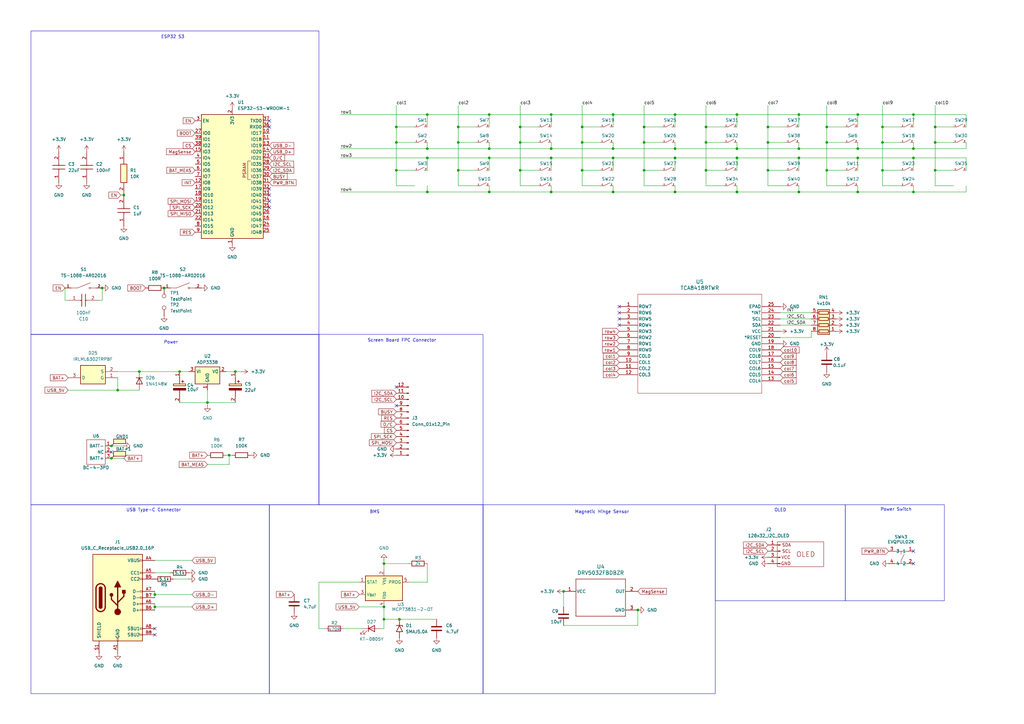
<source format=kicad_sch>
(kicad_sch (version 20231120) (generator "eeschema") (generator_version "8.0")
  (paper "A3")
  (title_block (title "E-Ink PDA Keyboard") (date "2024-10-22") (rev "V1.0") (comment 1 "Note: Parts based on JLCPCB basic parts library. Basic parts used where possible."))
  (junction (at 200.66 78.74))
  (junction (at 351.79 46.99))
  (junction (at 63.5 243.84))
  (junction (at 226.06 46.99))
  (junction (at 213.36 58.42))
  (junction (at 314.96 58.42))
  (junction (at 96.52 152.4))
  (junction (at 251.46 46.99))
  (junction (at 327.66 78.74))
  (junction (at 302.26 78.74))
  (junction (at 289.56 58.42))
  (junction (at 251.46 78.74))
  (junction (at 226.06 64.77))
  (junction (at 226.06 78.74))
  (junction (at 45.72 187.96))
  (junction (at 157.48 231.14))
  (junction (at 175.26 46.99))
  (junction (at 374.65 46.99))
  (junction (at 226.06 60.96))
  (junction (at 361.95 52.07))
  (junction (at 302.26 64.77))
  (junction (at 327.66 64.77))
  (junction (at 93.98 186.69))
  (junction (at 327.66 46.99))
  (junction (at 361.95 58.42))
  (junction (at 162.56 52.07))
  (junction (at 157.48 248.92))
  (junction (at 276.86 64.77))
  (junction (at 67.31 118.11))
  (junction (at 251.46 60.96))
  (junction (at 302.26 60.96))
  (junction (at 264.16 52.07))
  (junction (at 175.26 64.77))
  (junction (at 200.66 46.99))
  (junction (at 231.14 242.57))
  (junction (at 175.26 78.74))
  (junction (at 238.76 52.07))
  (junction (at 374.65 78.74))
  (junction (at 251.46 64.77))
  (junction (at 339.09 69.85))
  (junction (at 289.56 52.07))
  (junction (at 361.95 69.85))
  (junction (at 276.86 60.96))
  (junction (at 351.79 60.96))
  (junction (at 327.66 60.96))
  (junction (at 374.65 60.96))
  (junction (at 238.76 69.85))
  (junction (at 200.66 64.77))
  (junction (at 162.56 58.42))
  (junction (at 261.62 250.19))
  (junction (at 200.66 60.96))
  (junction (at 213.36 69.85))
  (junction (at 73.66 152.4))
  (junction (at 276.86 78.74))
  (junction (at 187.96 52.07))
  (junction (at 41.91 118.11))
  (junction (at 276.86 46.99))
  (junction (at 45.72 182.88))
  (junction (at 314.96 52.07))
  (junction (at 175.26 60.96))
  (junction (at 57.15 152.4))
  (junction (at 264.16 69.85))
  (junction (at 351.79 64.77))
  (junction (at 383.54 58.42))
  (junction (at 187.96 58.42))
  (junction (at 157.48 254))
  (junction (at 289.56 69.85))
  (junction (at 339.09 52.07))
  (junction (at 314.96 69.85))
  (junction (at 50.8 80.01))
  (junction (at 374.65 64.77))
  (junction (at 162.56 69.85))
  (junction (at 383.54 69.85))
  (junction (at 48.26 160.02))
  (junction (at 302.26 46.99))
  (junction (at 264.16 58.42))
  (junction (at 163.83 254))
  (junction (at 351.79 78.74))
  (junction (at 238.76 58.42))
  (junction (at 339.09 58.42))
  (junction (at 63.5 248.92))
  (junction (at 383.54 52.07))
  (junction (at 85.09 165.1))
  (junction (at 213.36 52.07))
  (junction (at 187.96 69.85))
  (no_connect (at 63.5 260.35))
  (no_connect (at 110.49 52.07))
  (no_connect (at 254 130.81))
  (no_connect (at 110.49 82.55))
  (no_connect (at 110.49 77.47))
  (no_connect (at 63.5 257.81))
  (no_connect (at 254 125.73))
  (no_connect (at 110.49 49.53))
  (no_connect (at 110.49 85.09))
  (no_connect (at 254 128.27))
  (no_connect (at 374.65 231.14))
  (no_connect (at 374.65 226.06))
  (no_connect (at 162.56 166.37))
  (no_connect (at 162.56 158.75))
  (no_connect (at 45.72 185.42))
  (no_connect (at 254 133.35))
  (no_connect (at 110.49 80.01))
  (wire (pts (xy 327.66 64.77) (xy 327.66 69.85)))
  (wire (pts (xy 130.81 257.81) (xy 130.81 238.76)))
  (wire (pts (xy 162.56 76.2) (xy 170.18 76.2)))
  (wire (pts (xy 157.48 254) (xy 157.48 257.81)))
  (wire (pts (xy 327.66 78.74) (xy 351.79 78.74)))
  (wire (pts (xy 396.24 60.96) (xy 396.24 58.42)))
  (wire (pts (xy 69.85 234.95) (xy 63.5 234.95)))
  (wire (pts (xy 26.67 123.19) (xy 27.94 123.19)))
  (wire (pts (xy 200.66 60.96) (xy 175.26 60.96)))
  (wire (pts (xy 238.76 58.42) (xy 238.76 69.85)))
  (wire (pts (xy 314.96 58.42) (xy 322.58 58.42)))
  (wire (pts (xy 187.96 52.07) (xy 195.58 52.07)))
  (wire (pts (xy 289.56 58.42) (xy 289.56 69.85)))
  (wire (pts (xy 396.24 64.77) (xy 396.24 69.85)))
  (wire (pts (xy 383.54 52.07) (xy 383.54 58.42)))
  (wire (pts (xy 327.66 64.77) (xy 351.79 64.77)))
  (wire (pts (xy 251.46 78.74) (xy 226.06 78.74)))
  (wire (pts (xy 251.46 64.77) (xy 251.46 69.85)))
  (wire (pts (xy 396.24 78.74) (xy 396.24 76.2)))
  (wire (pts (xy 213.36 58.42) (xy 220.98 58.42)))
  (wire (pts (xy 327.66 60.96) (xy 327.66 58.42)))
  (wire (pts (xy 213.36 52.07) (xy 220.98 52.07)))
  (wire (pts (xy 213.36 69.85) (xy 213.36 76.2)))
  (wire (pts (xy 175.26 64.77) (xy 175.26 69.85)))
  (wire (pts (xy 251.46 46.99) (xy 251.46 52.07)))
  (wire (pts (xy 351.79 78.74) (xy 374.65 78.74)))
  (wire (pts (xy 374.65 78.74) (xy 374.65 76.2)))
  (wire (pts (xy 162.56 69.85) (xy 170.18 69.85)))
  (wire (pts (xy 175.26 231.14) (xy 175.26 238.76)))
  (wire (pts (xy 251.46 60.96) (xy 251.46 58.42)))
  (wire (pts (xy 200.66 46.99) (xy 200.66 52.07)))
  (wire (pts (xy 231.14 256.54) (xy 261.62 256.54)))
  (wire (pts (xy 157.48 231.14) (xy 167.64 231.14)))
  (wire (pts (xy 45.72 187.96) (xy 50.8 187.96)))
  (wire (pts (xy 264.16 58.42) (xy 271.78 58.42)))
  (wire (pts (xy 92.71 186.69) (xy 93.98 186.69)))
  (wire (pts (xy 139.7 64.77) (xy 175.26 64.77)))
  (wire (pts (xy 289.56 52.07) (xy 297.18 52.07)))
  (wire (pts (xy 238.76 69.85) (xy 246.38 69.85)))
  (wire (pts (xy 383.54 58.42) (xy 383.54 69.85)))
  (wire (pts (xy 327.66 46.99) (xy 302.26 46.99)))
  (wire (pts (xy 251.46 64.77) (xy 226.06 64.77)))
  (wire (pts (xy 276.86 60.96) (xy 251.46 60.96)))
  (wire (pts (xy 162.56 52.07) (xy 170.18 52.07)))
  (wire (pts (xy 238.76 76.2) (xy 246.38 76.2)))
  (wire (pts (xy 140.97 257.81) (xy 148.59 257.81)))
  (wire (pts (xy 187.96 58.42) (xy 195.58 58.42)))
  (wire (pts (xy 374.65 78.74) (xy 396.24 78.74)))
  (wire (pts (xy 226.06 78.74) (xy 226.06 76.2)))
  (wire (pts (xy 162.56 69.85) (xy 162.56 76.2)))
  (wire (pts (xy 264.16 52.07) (xy 264.16 58.42)))
  (wire (pts (xy 320.04 133.35) (xy 332.74 133.35)))
  (wire (pts (xy 48.26 152.4) (xy 57.15 152.4)))
  (wire (pts (xy 261.62 256.54) (xy 261.62 250.19)))
  (wire (pts (xy 339.09 52.07) (xy 346.71 52.07)))
  (wire (pts (xy 339.09 69.85) (xy 346.71 69.85)))
  (wire (pts (xy 289.56 76.2) (xy 297.18 76.2)))
  (wire (pts (xy 213.36 76.2) (xy 220.98 76.2)))
  (wire (pts (xy 361.95 76.2) (xy 369.57 76.2)))
  (wire (pts (xy 238.76 69.85) (xy 238.76 76.2)))
  (wire (pts (xy 200.66 64.77) (xy 200.66 69.85)))
  (wire (pts (xy 130.81 257.81) (xy 133.35 257.81)))
  (wire (pts (xy 374.65 60.96) (xy 374.65 58.42)))
  (wire (pts (xy 320.04 138.43) (xy 332.74 138.43)))
  (wire (pts (xy 231.14 242.57) (xy 231.14 248.92)))
  (wire (pts (xy 327.66 78.74) (xy 327.66 76.2)))
  (wire (pts (xy 374.65 46.99) (xy 374.65 52.07)))
  (wire (pts (xy 339.09 52.07) (xy 339.09 58.42)))
  (wire (pts (xy 251.46 46.99) (xy 226.06 46.99)))
  (wire (pts (xy 226.06 64.77) (xy 200.66 64.77)))
  (wire (pts (xy 187.96 76.2) (xy 195.58 76.2)))
  (wire (pts (xy 332.74 138.43) (xy 332.74 135.89)))
  (wire (pts (xy 93.98 186.69) (xy 95.25 186.69)))
  (wire (pts (xy 351.79 46.99) (xy 374.65 46.99)))
  (wire (pts (xy 264.16 69.85) (xy 271.78 69.85)))
  (wire (pts (xy 320.04 128.27) (xy 332.74 128.27)))
  (wire (pts (xy 251.46 78.74) (xy 251.46 76.2)))
  (wire (pts (xy 327.66 60.96) (xy 351.79 60.96)))
  (wire (pts (xy 78.74 243.84) (xy 63.5 243.84)))
  (wire (pts (xy 85.09 166.37) (xy 85.09 165.1)))
  (wire (pts (xy 157.48 229.87) (xy 157.48 231.14)))
  (wire (pts (xy 276.86 46.99) (xy 276.86 52.07)))
  (wire (pts (xy 130.81 238.76) (xy 147.32 238.76)))
  (wire (pts (xy 276.86 64.77) (xy 251.46 64.77)))
  (wire (pts (xy 48.26 160.02) (xy 48.26 154.94)))
  (wire (pts (xy 302.26 78.74) (xy 302.26 76.2)))
  (wire (pts (xy 351.79 46.99) (xy 351.79 52.07)))
  (wire (pts (xy 200.66 64.77) (xy 175.26 64.77)))
  (wire (pts (xy 226.06 64.77) (xy 226.06 69.85)))
  (wire (pts (xy 361.95 43.18) (xy 361.95 52.07)))
  (wire (pts (xy 361.95 58.42) (xy 361.95 69.85)))
  (wire (pts (xy 302.26 60.96) (xy 276.86 60.96)))
  (wire (pts (xy 85.09 165.1) (xy 96.52 165.1)))
  (wire (pts (xy 63.5 248.92) (xy 63.5 250.19)))
  (wire (pts (xy 213.36 52.07) (xy 213.36 58.42)))
  (wire (pts (xy 327.66 64.77) (xy 302.26 64.77)))
  (wire (pts (xy 200.66 78.74) (xy 175.26 78.74)))
  (wire (pts (xy 26.67 118.11) (xy 26.67 123.19)))
  (wire (pts (xy 63.5 243.84) (xy 63.5 242.57)))
  (wire (pts (xy 264.16 58.42) (xy 264.16 69.85)))
  (wire (pts (xy 276.86 78.74) (xy 276.86 76.2)))
  (wire (pts (xy 302.26 46.99) (xy 276.86 46.99)))
  (wire (pts (xy 314.96 52.07) (xy 314.96 58.42)))
  (wire (pts (xy 302.26 64.77) (xy 276.86 64.77)))
  (wire (pts (xy 351.79 78.74) (xy 351.79 76.2)))
  (wire (pts (xy 361.95 52.07) (xy 361.95 58.42)))
  (wire (pts (xy 226.06 46.99) (xy 200.66 46.99)))
  (wire (pts (xy 78.74 229.87) (xy 63.5 229.87)))
  (wire (pts (xy 187.96 69.85) (xy 195.58 69.85)))
  (wire (pts (xy 383.54 43.18) (xy 383.54 52.07)))
  (wire (pts (xy 57.15 160.02) (xy 48.26 160.02)))
  (wire (pts (xy 187.96 43.18) (xy 187.96 52.07)))
  (wire (pts (xy 339.09 58.42) (xy 346.71 58.42)))
  (wire (pts (xy 361.95 58.42) (xy 369.57 58.42)))
  (wire (pts (xy 302.26 78.74) (xy 276.86 78.74)))
  (wire (pts (xy 383.54 69.85) (xy 391.16 69.85)))
  (wire (pts (xy 374.65 64.77) (xy 374.65 69.85)))
  (wire (pts (xy 327.66 46.99) (xy 327.66 52.07)))
  (wire (pts (xy 57.15 152.4) (xy 73.66 152.4)))
  (wire (pts (xy 85.09 190.5) (xy 93.98 190.5)))
  (wire (pts (xy 314.96 43.18) (xy 314.96 52.07)))
  (wire (pts (xy 383.54 58.42) (xy 391.16 58.42)))
  (wire (pts (xy 77.47 237.49) (xy 71.12 237.49)))
  (wire (pts (xy 48.26 160.02) (xy 27.94 160.02)))
  (wire (pts (xy 314.96 52.07) (xy 322.58 52.07)))
  (wire (pts (xy 147.32 248.92) (xy 157.48 248.92)))
  (wire (pts (xy 96.52 152.4) (xy 99.06 152.4)))
  (wire (pts (xy 276.86 46.99) (xy 251.46 46.99)))
  (wire (pts (xy 374.65 60.96) (xy 396.24 60.96)))
  (wire (pts (xy 351.79 64.77) (xy 374.65 64.77)))
  (wire (pts (xy 73.66 165.1) (xy 85.09 165.1)))
  (wire (pts (xy 361.95 69.85) (xy 361.95 76.2)))
  (wire (pts (xy 73.66 152.4) (xy 77.47 152.4)))
  (wire (pts (xy 162.56 43.18) (xy 162.56 52.07)))
  (wire (pts (xy 175.26 238.76) (xy 167.64 238.76)))
  (wire (pts (xy 351.79 60.96) (xy 374.65 60.96)))
  (wire (pts (xy 163.83 254) (xy 179.07 254)))
  (wire (pts (xy 187.96 58.42) (xy 187.96 69.85)))
  (wire (pts (xy 302.26 64.77) (xy 302.26 69.85)))
  (wire (pts (xy 213.36 58.42) (xy 213.36 69.85)))
  (wire (pts (xy 264.16 69.85) (xy 264.16 76.2)))
  (wire (pts (xy 374.65 46.99) (xy 396.24 46.99)))
  (wire (pts (xy 238.76 52.07) (xy 238.76 58.42)))
  (wire (pts (xy 187.96 69.85) (xy 187.96 76.2)))
  (wire (pts (xy 175.26 46.99) (xy 175.26 52.07)))
  (wire (pts (xy 327.66 78.74) (xy 302.26 78.74)))
  (wire (pts (xy 238.76 58.42) (xy 246.38 58.42)))
  (wire (pts (xy 314.96 58.42) (xy 314.96 69.85)))
  (wire (pts (xy 226.06 60.96) (xy 226.06 58.42)))
  (wire (pts (xy 85.09 165.1) (xy 85.09 160.02)))
  (wire (pts (xy 314.96 76.2) (xy 322.58 76.2)))
  (wire (pts (xy 320.04 130.81) (xy 332.74 130.81)))
  (wire (pts (xy 276.86 60.96) (xy 276.86 58.42)))
  (wire (pts (xy 175.26 58.42) (xy 175.26 60.96)))
  (wire (pts (xy 63.5 243.84) (xy 63.5 245.11)))
  (wire (pts (xy 45.72 182.88) (xy 50.8 182.88)))
  (wire (pts (xy 213.36 69.85) (xy 220.98 69.85)))
  (wire (pts (xy 139.7 46.99) (xy 175.26 46.99)))
  (wire (pts (xy 200.66 46.99) (xy 175.26 46.99)))
  (wire (pts (xy 157.48 231.14) (xy 157.48 233.68)))
  (wire (pts (xy 157.48 248.92) (xy 157.48 254)))
  (wire (pts (xy 289.56 69.85) (xy 297.18 69.85)))
  (wire (pts (xy 157.48 254) (xy 163.83 254)))
  (wire (pts (xy 327.66 60.96) (xy 302.26 60.96)))
  (wire (pts (xy 41.91 123.19) (xy 41.91 118.11)))
  (wire (pts (xy 302.26 60.96) (xy 302.26 58.42)))
  (wire (pts (xy 327.66 46.99) (xy 351.79 46.99)))
  (wire (pts (xy 302.26 46.99) (xy 302.26 52.07)))
  (wire (pts (xy 139.7 78.74) (xy 175.26 78.74)))
  (wire (pts (xy 289.56 69.85) (xy 289.56 76.2)))
  (wire (pts (xy 339.09 76.2) (xy 346.71 76.2)))
  (wire (pts (xy 339.09 58.42) (xy 339.09 69.85)))
  (wire (pts (xy 200.66 60.96) (xy 200.66 58.42)))
  (wire (pts (xy 238.76 43.18) (xy 238.76 52.07)))
  (wire (pts (xy 314.96 69.85) (xy 322.58 69.85)))
  (wire (pts (xy 187.96 52.07) (xy 187.96 58.42)))
  (wire (pts (xy 361.95 69.85) (xy 369.57 69.85)))
  (wire (pts (xy 162.56 52.07) (xy 162.56 58.42)))
  (wire (pts (xy 339.09 69.85) (xy 339.09 76.2)))
  (wire (pts (xy 157.48 257.81) (xy 156.21 257.81)))
  (wire (pts (xy 289.56 58.42) (xy 297.18 58.42)))
  (wire (pts (xy 238.76 52.07) (xy 246.38 52.07)))
  (wire (pts (xy 226.06 46.99) (xy 226.06 52.07)))
  (wire (pts (xy 276.86 64.77) (xy 276.86 69.85)))
  (wire (pts (xy 289.56 43.18) (xy 289.56 52.07)))
  (wire (pts (xy 276.86 78.74) (xy 251.46 78.74)))
  (wire (pts (xy 139.7 60.96) (xy 175.26 60.96)))
  (wire (pts (xy 78.74 248.92) (xy 63.5 248.92)))
  (wire (pts (xy 226.06 78.74) (xy 200.66 78.74)))
  (wire (pts (xy 351.79 60.96) (xy 351.79 58.42)))
  (wire (pts (xy 383.54 76.2) (xy 391.16 76.2)))
  (wire (pts (xy 264.16 52.07) (xy 271.78 52.07)))
  (wire (pts (xy 361.95 52.07) (xy 369.57 52.07)))
  (wire (pts (xy 40.64 123.19) (xy 41.91 123.19)))
  (wire (pts (xy 63.5 248.92) (xy 63.5 247.65)))
  (wire (pts (xy 251.46 60.96) (xy 226.06 60.96)))
  (wire (pts (xy 289.56 52.07) (xy 289.56 58.42)))
  (wire (pts (xy 339.09 43.18) (xy 339.09 52.07)))
  (wire (pts (xy 264.16 43.18) (xy 264.16 52.07)))
  (wire (pts (xy 383.54 69.85) (xy 383.54 76.2)))
  (wire (pts (xy 396.24 46.99) (xy 396.24 52.07)))
  (wire (pts (xy 162.56 58.42) (xy 170.18 58.42)))
  (wire (pts (xy 213.36 43.18) (xy 213.36 52.07)))
  (wire (pts (xy 383.54 52.07) (xy 391.16 52.07)))
  (wire (pts (xy 200.66 78.74) (xy 200.66 76.2)))
  (wire (pts (xy 92.71 152.4) (xy 96.52 152.4)))
  (wire (pts (xy 351.79 64.77) (xy 351.79 69.85)))
  (wire (pts (xy 264.16 76.2) (xy 271.78 76.2)))
  (wire (pts (xy 374.65 64.77) (xy 396.24 64.77)))
  (wire (pts (xy 49.53 80.01) (xy 50.8 80.01)))
  (wire (pts (xy 93.98 186.69) (xy 93.98 190.5)))
  (wire (pts (xy 162.56 58.42) (xy 162.56 69.85)))
  (wire (pts (xy 175.26 78.74) (xy 175.26 76.2)))
  (wire (pts (xy 314.96 69.85) (xy 314.96 76.2)))
  (wire (pts (xy 226.06 60.96) (xy 200.66 60.96)))
  (rectangle (start 198.12 207.01) (end 293.37 284.48))
  (rectangle (start 346.71 207.01) (end 387.35 246.38))
  (rectangle (start 293.37 207.01) (end 346.71 246.38))
  (rectangle (start 130.81 137.16) (end 198.12 207.01))
  (rectangle (start 110.49 207.01) (end 198.12 284.48))
  (rectangle (start 12.7 12.7) (end 130.81 137.16))
  (rectangle (start 12.7 137.16) (end 130.81 207.01))
  (rectangle (start 12.7 207.01) (end 110.49 284.48))
  (text "ESP32 S3" (at 70.866 15.24 0) (effects (font (size 1.27 1.27))))
  (text "Magnetic Hinge Sensor" (at 246.888 210.058 0) (effects (font (size 1.27 1.27))))
  (text "Screen Board FPC Connector" (at 164.846 139.7 0) (effects (font (size 1.27 1.27))))
  (text "Power" (at 70.104 140.462 0) (effects (font (size 1.27 1.27))))
  (text "OLED" (at 320.04 209.296 0) (effects (font (size 1.27 1.27))))
  (text "USB Type-C Connector\n" (at 62.992 209.296 0) (effects (font (size 1.27 1.27))))
  (text "Power Switch" (at 367.538 209.042 0) (effects (font (size 1.27 1.27))))
  (text "BMS\n" (at 153.67 210.058 0) (effects (font (size 1.27 1.27))))
  (label "col10" (at 383.54 43.18 0))
  (label "col5" (at 264.16 43.18 0))
  (label "row2" (at 139.7 60.96 0))
  (label "col3" (at 213.36 43.18 0))
  (label "col1" (at 162.56 43.18 0))
  (label "col7" (at 314.96 43.18 0))
  (label "col9" (at 361.95 43.18 0))
  (label "I2C_SDA" (at 322.58 133.35 0))
  (label "row4" (at 139.7 78.74 0))
  (label "col6" (at 289.56 43.18 0))
  (label "col2" (at 187.96 43.18 0))
  (label "I2C_SCL" (at 322.58 130.81 0))
  (label "col4" (at 238.76 43.18 0))
  (label "col8" (at 339.09 43.18 0))
  (label "INT" (at 322.58 128.27 0))
  (label "row3" (at 139.7 64.77 0))
  (label "row1" (at 139.7 46.99 0))
  (global_label "I2C_SCL" (shape input) (at 314.96 226.06 180) (property "Intersheetrefs" "${INTERSHEET_REFS}" (effects (hide yes))))
  (global_label "USB_5V" (shape input) (at 147.32 248.92 180) (property "Intersheetrefs" "${INTERSHEET_REFS}" (effects (hide yes))))
  (global_label "I2C_SCL" (shape input) (at 162.56 163.83 180) (property "Intersheetrefs" "${INTERSHEET_REFS}" (effects (hide yes))))
  (global_label "PWR_BTN" (shape input) (at 110.49 74.93 0) (property "Intersheetrefs" "${INTERSHEET_REFS}" (effects (hide yes))))
  (global_label "BUSY" (shape input) (at 110.49 72.39 0) (property "Intersheetrefs" "${INTERSHEET_REFS}" (effects (hide yes))))
  (global_label "EN" (shape input) (at 80.01 49.53 180) (property "Intersheetrefs" "${INTERSHEET_REFS}" (effects (hide yes))))
  (global_label "USB_5V" (shape input) (at 27.94 160.02 180) (property "Intersheetrefs" "${INTERSHEET_REFS}" (effects (hide yes))))
  (global_label "I2C_SCL" (shape input) (at 110.49 67.31 0) (property "Intersheetrefs" "${INTERSHEET_REFS}" (effects (hide yes))))
  (global_label "BAT_MEAS" (shape input) (at 85.09 190.5 180) (property "Intersheetrefs" "${INTERSHEET_REFS}" (effects (hide yes))))
  (global_label "BAT_MEAS" (shape input) (at 80.01 69.85 180) (property "Intersheetrefs" "${INTERSHEET_REFS}" (effects (hide yes))))
  (global_label "BOOT" (shape input) (at 59.69 118.11 180) (property "Intersheetrefs" "${INTERSHEET_REFS}" (effects (hide yes))))
  (global_label "CS" (shape input) (at 80.01 59.69 180) (property "Intersheetrefs" "${INTERSHEET_REFS}" (effects (hide yes))))
  (global_label "col7" (shape input) (at 320.04 151.13 0) (property "Intersheetrefs" "${INTERSHEET_REFS}" (effects (hide yes))))
  (global_label "col8" (shape input) (at 320.04 148.59 0) (property "Intersheetrefs" "${INTERSHEET_REFS}" (effects (hide yes))))
  (global_label "EN" (shape input) (at 49.53 80.01 180) (property "Intersheetrefs" "${INTERSHEET_REFS}" (effects (hide yes))))
  (global_label "col5" (shape input) (at 320.04 156.21 0) (property "Intersheetrefs" "${INTERSHEET_REFS}" (effects (hide yes))))
  (global_label "D{slash}C" (shape input) (at 162.56 173.99 180) (property "Intersheetrefs" "${INTERSHEET_REFS}" (effects (hide yes))))
  (global_label "USB_5V" (shape input) (at 78.74 229.87 0) (property "Intersheetrefs" "${INTERSHEET_REFS}" (effects (hide yes))))
  (global_label "SPI_MOSI" (shape input) (at 162.56 181.61 180) (property "Intersheetrefs" "${INTERSHEET_REFS}" (effects (hide yes))))
  (global_label "USB_D-" (shape input) (at 110.49 59.69 0) (property "Intersheetrefs" "${INTERSHEET_REFS}" (effects (hide yes))))
  (global_label "row4" (shape input) (at 254 135.89 180) (property "Intersheetrefs" "${INTERSHEET_REFS}" (effects (hide yes))))
  (global_label "RES" (shape input) (at 162.56 171.45 180) (property "Intersheetrefs" "${INTERSHEET_REFS}" (effects (hide yes))))
  (global_label "col2" (shape input) (at 254 148.59 180) (property "Intersheetrefs" "${INTERSHEET_REFS}" (effects (hide yes))))
  (global_label "BOOT" (shape input) (at 80.01 54.61 180) (property "Intersheetrefs" "${INTERSHEET_REFS}" (effects (hide yes))))
  (global_label "BAT+" (shape input) (at 85.09 186.69 180) (property "Intersheetrefs" "${INTERSHEET_REFS}" (effects (hide yes))))
  (global_label "col3" (shape input) (at 254 151.13 180) (property "Intersheetrefs" "${INTERSHEET_REFS}" (effects (hide yes))))
  (global_label "USB_D+" (shape input) (at 110.49 62.23 0) (property "Intersheetrefs" "${INTERSHEET_REFS}" (effects (hide yes))))
  (global_label "BUSY" (shape input) (at 162.56 168.91 180) (property "Intersheetrefs" "${INTERSHEET_REFS}" (effects (hide yes))))
  (global_label "USB_D+" (shape input) (at 78.74 248.92 0) (property "Intersheetrefs" "${INTERSHEET_REFS}" (effects (hide yes))))
  (global_label "SPI_MISO" (shape input) (at 80.01 87.63 180) (property "Intersheetrefs" "${INTERSHEET_REFS}" (effects (hide yes))))
  (global_label "I2C_SDA" (shape input) (at 162.56 161.29 180) (property "Intersheetrefs" "${INTERSHEET_REFS}" (effects (hide yes))))
  (global_label "D{slash}C" (shape input) (at 110.49 64.77 0) (property "Intersheetrefs" "${INTERSHEET_REFS}" (effects (hide yes))))
  (global_label "CS" (shape input) (at 162.56 176.53 180) (property "Intersheetrefs" "${INTERSHEET_REFS}" (effects (hide yes))))
  (global_label "USB_D-" (shape input) (at 78.74 243.84 0) (property "Intersheetrefs" "${INTERSHEET_REFS}" (effects (hide yes))))
  (global_label "SPI_SCK" (shape input) (at 80.01 85.09 180) (property "Intersheetrefs" "${INTERSHEET_REFS}" (effects (hide yes))))
  (global_label "MagSense" (shape input) (at 80.01 62.23 180) (property "Intersheetrefs" "${INTERSHEET_REFS}" (effects (hide yes))))
  (global_label "col10" (shape input) (at 320.04 143.51 0) (property "Intersheetrefs" "${INTERSHEET_REFS}" (effects (hide yes))))
  (global_label "col4" (shape input) (at 254 153.67 180) (property "Intersheetrefs" "${INTERSHEET_REFS}" (effects (hide yes))))
  (global_label "BAT+" (shape input) (at 120.65 243.84 180) (property "Intersheetrefs" "${INTERSHEET_REFS}" (effects (hide yes))))
  (global_label "I2C_SDA" (shape input) (at 314.96 223.52 180) (property "Intersheetrefs" "${INTERSHEET_REFS}" (effects (hide yes))))
  (global_label "row3" (shape input) (at 254 138.43 180) (property "Intersheetrefs" "${INTERSHEET_REFS}" (effects (hide yes))))
  (global_label "RES" (shape input) (at 80.01 95.25 180) (property "Intersheetrefs" "${INTERSHEET_REFS}" (effects (hide yes))))
  (global_label "col6" (shape input) (at 320.04 153.67 0) (property "Intersheetrefs" "${INTERSHEET_REFS}" (effects (hide yes))))
  (global_label "BAT+" (shape input) (at 27.94 154.94 180) (property "Intersheetrefs" "${INTERSHEET_REFS}" (effects (hide yes))))
  (global_label "row1" (shape input) (at 254 143.51 180) (property "Intersheetrefs" "${INTERSHEET_REFS}" (effects (hide yes))))
  (global_label "I2C_SDA" (shape input) (at 110.49 69.85 0) (property "Intersheetrefs" "${INTERSHEET_REFS}" (effects (hide yes))))
  (global_label "SPI_MOSI" (shape input) (at 80.01 82.55 180) (property "Intersheetrefs" "${INTERSHEET_REFS}" (effects (hide yes))))
  (global_label "BAT+" (shape input) (at 50.8 187.96 0) (property "Intersheetrefs" "${INTERSHEET_REFS}" (effects (hide yes))))
  (global_label "PWR_BTN" (shape input) (at 364.49 226.06 180) (property "Intersheetrefs" "${INTERSHEET_REFS}" (effects (hide yes))))
  (global_label "col9" (shape input) (at 320.04 146.05 0) (property "Intersheetrefs" "${INTERSHEET_REFS}" (effects (hide yes))))
  (global_label "row2" (shape input) (at 254 140.97 180) (property "Intersheetrefs" "${INTERSHEET_REFS}" (effects (hide yes))))
  (global_label "col1" (shape input) (at 254 146.05 180) (property "Intersheetrefs" "${INTERSHEET_REFS}" (effects (hide yes))))
  (global_label "INT" (shape input) (at 80.01 74.93 180) (property "Intersheetrefs" "${INTERSHEET_REFS}" (effects (hide yes))))
  (global_label "EN" (shape input) (at 26.67 118.11 180) (property "Intersheetrefs" "${INTERSHEET_REFS}" (effects (hide yes))))
  (global_label "SPI_SCK" (shape input) (at 162.56 179.07 180) (property "Intersheetrefs" "${INTERSHEET_REFS}" (effects (hide yes))))
  (global_label "MagSense" (shape input) (at 261.62 242.57 0) (property "Intersheetrefs" "${INTERSHEET_REFS}" (effects (hide yes))))
  (global_label "BAT+" (shape input) (at 147.32 243.84 180) (property "Intersheetrefs" "${INTERSHEET_REFS}" (effects (hide yes))))
  (symbol (lib_id "power:GND") (at 163.83 261.62 0) (unit 1)
    (property "Reference" "#PWR030" (effects (hide yes)))
    (property "Value" "GND" (at 163.83 266.7 0))
    (property "Description" "Power symbol creates a global label with name \"GND\" , ground" (effects (hide yes)))
  )
  (symbol (lib_id "snaptron_7mm_doublesided:contact_pad") (at 248.92 73.66 0) (unit 1)
    (property "Reference" "SW22" (at 249.428 73.406 0))
    (property "Value" "~" (at 248.92 73.66 0))
    (property "Footprint" "snaptron_7mm_doublesided:contact_pad_SINGLE" (effects (hide yes)))
  )
  (symbol (lib_id "snaptron_7mm_doublesided:contact_pad") (at 349.25 49.53 0) (unit 1)
    (property "Reference" "SW5" (at 349.758 49.276 0))
    (property "Value" "~" (at 349.25 49.53 0))
    (property "Footprint" "snaptron_7mm_doublesided:contact_pad_SINGLE" (effects (hide yes)))
  )
  (symbol (lib_id "Diode:SMAJ5.0A") (at 163.83 257.81 270) (unit 1)
    (property "Reference" "D1" (at 166.37 256.5399 90) (effects (justify left)))
    (property "Value" "SMAJ5.0A" (at 166.37 259.0799 90) (effects (justify left)))
    (property "Footprint" "Diode_SMD:D_SMA" (effects (hide yes)))
    (property "Datasheet" "https://www.littelfuse.com/media?resourcetype=datasheets&itemid=75e32973-b177-4ee3-a0ff-cedaf1abdb93&filename=smaj-datasheet" (effects (hide yes)))
    (property "Description" "400W unidirectional Transient Voltage Suppressor, 5.0Vr, SMA(DO-214AC)" (effects (hide yes)))
  )
  (symbol (lib_id "snaptron_7mm_doublesided:contact_pad") (at 223.52 55.88 0) (unit 1)
    (property "Reference" "SW14" (at 224.028 55.626 0))
    (property "Value" "~" (at 223.52 55.88 0))
    (property "Footprint" "snaptron_7mm_doublesided:contact_pad_SINGLE" (effects (hide yes)))
  )
  (symbol (lib_id "EVQPUL02K:EVQPUL02K") (at 369.57 228.6 0) (unit 1)
    (property "Reference" "SW43" (at 369.57 220.218 0))
    (property "Value" "EVQPUL02K" (at 369.57 222.25 0))
    (property "Footprint" "EVQPUL02K:EVQPUL02K" (effects (hide yes)))
    (property "LCSC Part #" "EVQPUL02K" (effects (hide yes)))
  )
  (symbol (lib_id "power:GND") (at 50.8 92.71 0) (unit 1)
    (property "Reference" "#PWR02" (effects (hide yes)))
    (property "Value" "GND" (at 50.8 97.79 0))
    (property "Description" "Power symbol creates a global label with name \"GND\" , ground" (effects (hide yes)))
  )
  (symbol (lib_id "snaptron_7mm_doublesided:contact_pad") (at 325.12 67.31 0) (unit 1)
    (property "Reference" "SW39" (at 325.628 67.056 0))
    (property "Value" "~" (at 325.12 67.31 0))
    (property "Footprint" "snaptron_7mm_doublesided:contact_pad_SINGLE" (effects (hide yes)))
  )
  (symbol (lib_id "Connector:TestPoint_Flag") (at 45.72 187.96 0) (unit 1)
    (property "Reference" "BAT+1" (at 47.498 184.15 0) (effects (justify left)))
    (property "Value" "TestPoint_Flag" (effects (hide yes)))
    (property "Footprint" "TestPoint:TestPoint_Pad_D1.5mm" (effects (hide yes)))
    (property "Description" "test point (alternative flag-style design)" (effects (hide yes)))
  )
  (symbol (lib_id "snaptron_7mm_doublesided:contact_pad") (at 372.11 73.66 0) (unit 1)
    (property "Reference" "SW24" (at 372.618 73.406 0))
    (property "Value" "~" (at 372.11 73.66 0))
    (property "Footprint" "snaptron_7mm_doublesided:contact_pad_SINGLE" (effects (hide yes)))
  )
  (symbol (lib_id "power:GND") (at 35.56 74.93 0) (unit 1)
    (property "Reference" "#PWR03" (effects (hide yes)))
    (property "Value" "GND" (at 35.56 80.01 0))
    (property "Description" "Power symbol creates a global label with name \"GND\" , ground" (effects (hide yes)))
  )
  (symbol (lib_id "snaptron_7mm_doublesided:contact_pad") (at 274.32 73.66 0) (unit 1)
    (property "Reference" "SW28" (at 274.828 73.406 0))
    (property "Value" "~" (at 274.32 73.66 0))
    (property "Footprint" "snaptron_7mm_doublesided:contact_pad_SINGLE" (effects (hide yes)))
  )
  (symbol (lib_id "CC0805KRX7R9BB104 (100nF):CC0805KRX7R9BB104") (at 27.94 123.19 0) (mirror x) (unit 1)
    (property "Reference" "C10" (at 34.29 130.81 0))
    (property "Value" "100nF" (at 34.29 128.27 0))
    (property "Footprint" "CC0805KRX7R9BB104 (100nF):CAPC2012X95N" (effects (hide yes)))
    (property "Datasheet" "https://www.yageo.com/upload/media/product/productsearch/datasheet/mlcc/UPY-GPHC_X7R_6.3V-to-50V_20.pdf" (effects (hide yes)))
    (property "Description" "Multilayer Ceramic Capacitors MLCC - SMD/SMT 50 V 0.1uF X7R 0805 10%" (effects (hide yes)))
    (property "Height" "0.95" (effects (hide yes)))
    (property "Mouser Part Number" "603-CC805KRX7R9BB104" (effects (hide yes)))
    (property "Mouser Price/Stock" "https://www.mouser.co.uk/ProductDetail/YAGEO/CC0805KRX7R9BB104?qs=vTakOoo5QyLx0lXWgVtRhQ%3D%3D" (effects (hide yes)))
    (property "Manufacturer_Name" "YAGEO" (effects (hide yes)))
    (property "LCSC Part #" "CC0805KRX7R9BB104" (effects (hide yes)))
  )
  (symbol (lib_id "power:+3.3V") (at 314.96 228.6 90) (unit 1)
    (property "Reference" "#PWR026" (effects (hide yes)))
    (property "Value" "+3.3V" (at 311.15 228.5999 90) (effects (justify left)))
    (property "Description" "Power symbol creates a global label with name \"+3.3V\"" (effects (hide yes)))
  )
  (symbol (lib_id "TAJA106K016RNJ (10uF) TAN:TAJA106K016RNJ") (at 73.66 152.4 270) (unit 1)
    (property "Reference" "C4" (at 76.708 157.988 90) (effects (justify left)))
    (property "Value" "10uF" (at 76.708 159.766 90) (effects (justify left)))
    (property "Footprint" "TAJA106K016RNJ (10uF) TAN:CAPPM3216X180N" (effects (hide yes)))
    (property "Description" "AVX - TAJA106K016RNJ - CAP, TANT, 10UF, 16V, CASE A" (effects (hide yes)))
    (property "Height" "1.8" (effects (hide yes)))
    (property "Mouser Part Number" "581-TAJA106K016R" (effects (hide yes)))
    (property "Mouser Price/Stock" "https://www.mouser.co.uk/ProductDetail/KYOCERA-AVX/TAJA106K016RNJ?qs=OVpPYgiJXXV05Cvf2fCYWQ%3D%3D" (effects (hide yes)))
    (property "Manufacturer_Name" "Kyocera AVX" (effects (hide yes)))
    (property "LCSC Part #" "TAJA106K016RNJ" (effects (hide yes)))
  )
  (symbol (lib_id "Device:R_Pack04") (at 337.82 130.81 90) (unit 1)
    (property "Reference" "RN1" (at 337.82 121.92 90))
    (property "Value" "4x10k" (at 337.82 124.46 90))
    (property "Footprint" "Resistor_SMD:R_Array_Concave_4x0603" (effects (hide yes)))
    (property "Description" "4 resistor network, parallel topology" (effects (hide yes)))
    (property "LCSC Part #" "4D03WGJ0103T5E" (effects (hide yes)))
  )
  (symbol (lib_id "Connector:USB_C_Receptacle_USB2.0_16P") (at 48.26 245.11 0) (unit 1)
    (property "Reference" "J1" (at 48.26 222.25 0))
    (property "Value" "USB_C_Receptacle_USB2.0_16P" (at 48.26 224.79 0))
    (property "Footprint" "Connector_USB:USB_C_Receptacle_G-Switch_GT-USB-7010ASV" (effects (hide yes)))
    (property "Datasheet" "https://www.usb.org/sites/default/files/documents/usb_type-c.zip" (effects (hide yes)))
    (property "Description" "USB 2.0-only 16P Type-C Receptacle connector" (effects (hide yes)))
    (property "LCSC Part #" "GT-USB-7010ASV" (effects (hide yes)))
  )
  (symbol (lib_id "snaptron_7mm_doublesided:contact_pad") (at 372.11 49.53 0) (unit 1)
    (property "Reference" "SW17" (at 372.618 49.276 0))
    (property "Value" "~" (at 372.11 49.53 0))
    (property "Footprint" "snaptron_7mm_doublesided:contact_pad_SINGLE" (effects (hide yes)))
  )
  (symbol (lib_id "Device:R") (at 73.66 234.95 90) (unit 1)
    (property "Reference" "R4" (at 73.66 232.664 90))
    (property "Value" "5.1k" (at 73.66 234.95 90))
    (property "Footprint" "Resistor_SMD:R_0603_1608Metric" (effects (hide yes)))
    (property "Description" "Resistor" (effects (hide yes)))
    (property "LCSC Part #" "0603WAF5101T5E" (effects (hide yes)))
  )
  (symbol (lib_id "power:GND") (at 40.64 267.97 0) (unit 1)
    (property "Reference" "#PWR012" (effects (hide yes)))
    (property "Value" "GND" (at 40.64 273.05 0))
    (property "Description" "Power symbol creates a global label with name \"GND\" , ground" (effects (hide yes)))
  )
  (symbol (lib_id "snaptron_7mm_doublesided:contact_pad") (at 325.12 73.66 0) (unit 1)
    (property "Reference" "SW40" (at 325.628 73.406 0))
    (property "Value" "~" (at 325.12 73.66 0))
    (property "Footprint" "snaptron_7mm_doublesided:contact_pad_SINGLE" (effects (hide yes)))
  )
  (symbol (lib_id "power:GND") (at 179.07 261.62 0) (unit 1)
    (property "Reference" "#PWR033" (effects (hide yes)))
    (property "Value" "GND" (at 179.07 266.7 0))
    (property "Description" "Power symbol creates a global label with name \"GND\" , ground" (effects (hide yes)))
  )
  (symbol (lib_id "TS-1088-AR02016:TS-1088-AR02016") (at 74.93 118.11 0) (unit 1)
    (property "Reference" "S2" (at 74.93 110.49 0))
    (property "Value" "TS-1088-AR02016" (at 74.93 113.03 0))
    (property "Footprint" "TS-1088-AR02016:SW_TS-1088-AR02016" (effects (hide yes)))
    (property "MF" "Xunpu" (effects (hide yes)))
    (property "MAXIMUM_PACKAGE_HEIGHT" "2.0 mm" (effects (hide yes)))
    (property "Package" "Package" (effects (hide yes)))
    (property "Price" "None" (effects (hide yes)))
    (property "Check_prices" "https://www.snapeda.com/parts/TS-1088-AR02016/Xunpu/view-part/?ref=eda" (effects (hide yes)))
    (property "STANDARD" "Manufacturer Recommendations" (effects (hide yes)))
    (property "PARTREV" "N/A" (effects (hide yes)))
    (property "SnapEDA_Link" "https://www.snapeda.com/parts/TS-1088-AR02016/Xunpu/view-part/?ref=snap" (effects (hide yes)))
    (property "MP" "TS-1088-AR02016" (effects (hide yes)))
    (property "Description_1" "\n                        \n                            50mA 4mm 100MΩ 100,000 Times 12V 160gf 3mm 2mm Round Button Vertical welding SPST SMD Tactile Switches ROHS\n                        \n" (effects (hide yes)))
    (property "Availability" "Not in stock" (effects (hide yes)))
    (property "MANUFACTURER" "Xunpu" (effects (hide yes)))
    (property "LCSC Part #" "TS-1088-AR02016" (effects (hide yes)))
  )
  (symbol (lib_id "Device:C") (at 120.65 247.65 0) (unit 1)
    (property "Reference" "C7" (at 124.46 246.3799 0) (effects (justify left)))
    (property "Value" "4.7uF" (at 124.46 248.9199 0) (effects (justify left)))
    (property "Footprint" "Capacitor_SMD:C_0805_2012Metric" (effects (hide yes)))
    (property "Description" "Unpolarized capacitor" (effects (hide yes)))
    (property "LCSC Part #" "CL21A475KAQNNNE" (effects (hide yes)))
  )
  (symbol (lib_id "IRLML6302TRPBF:IRLML6302TRPBF") (at 48.26 154.94 180) (unit 1)
    (property "Reference" "D25" (at 38.1 144.78 0))
    (property "Value" "IRLML6302TRPBF" (at 38.1 147.32 0))
    (property "Footprint" "IRLML6302TRPBF:SOT95P237X112-3N" (effects (hide yes)))
    (property "Datasheet" "https://www.infineon.com/dgdl/irlml6302pbf.pdf?fileId=5546d462533600a4015356688c702627" (effects (hide yes)))
    (property "Description" "MOSFET MOSFT P-Ch -0.62A 600mOhm 2.4nC LogLvl" (effects (hide yes)))
    (property "Height" "1.12" (effects (hide yes)))
    (property "Mouser Part Number" "942-IRLML6302TRPBF" (effects (hide yes)))
    (property "Mouser Price/Stock" "https://www.mouser.co.uk/ProductDetail/Infineon-Technologies/IRLML6302TRPBF?qs=9%252BKlkBgLFf2QWxdX0qooCA%3D%3D" (effects (hide yes)))
    (property "Manufacturer_Name" "Infineon" (effects (hide yes)))
    (property "LCSC Part #" "IRLML6302TRPBF" (effects (hide yes)))
  )
  (symbol (lib_id "power:GND") (at 85.09 166.37 0) (unit 1)
    (property "Reference" "#PWR07" (effects (hide yes)))
    (property "Value" "GND" (at 85.09 171.45 0))
    (property "Description" "Power symbol creates a global label with name \"GND\" , ground" (effects (hide yes)))
  )
  (symbol (lib_id "snaptron_7mm_doublesided:contact_pad") (at 299.72 49.53 0) (unit 1)
    (property "Reference" "SW31" (at 300.228 49.276 0))
    (property "Value" "~" (at 299.72 49.53 0))
    (property "Footprint" "snaptron_7mm_doublesided:contact_pad_SINGLE" (effects (hide yes)))
  )
  (symbol (lib_id "Device:R") (at 63.5 118.11 90) (unit 1)
    (property "Reference" "R8" (at 63.5 111.76 90))
    (property "Value" "100R" (at 63.5 114.3 90))
    (property "Footprint" "Resistor_SMD:R_1206_3216Metric" (effects (hide yes)))
    (property "Description" "Resistor" (effects (hide yes)))
    (property "LCSC Part #" "1206W4F1000T5E" (effects (hide yes)))
  )
  (symbol (lib_id "Battery_Management:MCP73831-2-OT") (at 157.48 241.3 180) (unit 1)
    (property "Reference" "U3" (at 164.338 247.904 0))
    (property "Value" "MCP73831-2-OT" (at 169.164 249.936 0))
    (property "Footprint" "Package_TO_SOT_SMD:SOT-23-5" (effects (hide yes)))
    (property "Datasheet" "http://ww1.microchip.com/downloads/en/DeviceDoc/20001984g.pdf" (effects (hide yes)))
    (property "Description" "Single cell, Li-Ion/Li-Po charge management controller, 4.20V, Tri-State Status Output, in SOT23-5 package" (effects (hide yes)))
    (property "LCSC Part #" "MCP73831-2-OT" (effects (hide yes)))
  )
  (symbol (lib_id "snaptron_7mm_doublesided:contact_pad") (at 372.11 55.88 0) (unit 1)
    (property "Reference" "SW18" (at 372.618 55.626 0))
    (property "Value" "~" (at 372.11 55.88 0))
    (property "Footprint" "snaptron_7mm_doublesided:contact_pad_SINGLE" (effects (hide yes)))
  )
  (symbol (lib_id "power:GND") (at 82.55 118.11 90) (unit 1)
    (property "Reference" "#PWR038" (effects (hide yes)))
    (property "Value" "GND" (at 86.36 118.1099 90) (effects (justify right)))
    (property "Description" "Power symbol creates a global label with name \"GND\" , ground" (effects (hide yes)))
  )
  (symbol (lib_id "CL21A226MAQNNNE (22uF):CL21A226MAQNNNE") (at 24.13 74.93 90) (unit 1)
    (property "Reference" "C3" (at 27.94 67.3099 90) (effects (justify right)))
    (property "Value" "22uF" (at 27.94 69.8499 90) (effects (justify right)))
    (property "Footprint" "CL21A226MAQNNNE (22uF):CAPC2012X140N" (effects (hide yes)))
    (property "Datasheet" "https://datasheet.datasheetarchive.com/originals/distributors/Datasheets-DGA10/2406310.pdf" (effects (hide yes)))
    (property "Description" "Samsung" (effects (hide yes)))
    (property "Height" "1.4" (effects (hide yes)))
    (property "Mouser Part Number" "187-CL21A226MAQNNNE" (effects (hide yes)))
    (property "Mouser Price/Stock" "https://www.mouser.co.uk/ProductDetail/Samsung-Electro-Mechanics/CL21A226MAQNNNE?qs=yOVawPpwOwn5SPpGykCwnw%3D%3D" (effects (hide yes)))
    (property "Manufacturer_Name" "SAMSUNG" (effects (hide yes)))
    (property "LCSC Part #" "CL21A226MAQNNNE" (effects (hide yes)))
  )
  (symbol (lib_id "power:+3.3V") (at 50.8 62.23 0) (unit 1)
    (property "Reference" "#PWR024" (effects (hide yes)))
    (property "Value" "+3.3V" (at 50.8 57.15 0))
    (property "Description" "Power symbol creates a global label with name \"+3.3V\"" (effects (hide yes)))
  )
  (symbol (lib_id "snaptron_7mm_doublesided:contact_pad") (at 349.25 73.66 0) (unit 1)
    (property "Reference" "SW12" (at 349.758 73.406 0))
    (property "Value" "~" (at 349.25 73.66 0))
    (property "Footprint" "snaptron_7mm_doublesided:contact_pad_SINGLE" (effects (hide yes)))
  )
  (symbol (lib_id "power:+3.3V") (at 339.09 144.78 0) (unit 1)
    (property "Reference" "#PWR031" (effects (hide yes)))
    (property "Value" "+3.3V" (at 339.09 141.224 0))
    (property "Description" "Power symbol creates a global label with name \"+3.3V\"" (effects (hide yes)))
  )
  (symbol (lib_id "snaptron_7mm_doublesided:contact_pad") (at 349.25 67.31 0) (unit 1)
    (property "Reference" "SW11" (at 349.758 67.056 0))
    (property "Value" "~" (at 349.25 67.31 0))
    (property "Footprint" "snaptron_7mm_doublesided:contact_pad_SINGLE" (effects (hide yes)))
  )
  (symbol (lib_id "Device:C") (at 179.07 257.81 0) (unit 1)
    (property "Reference" "C6" (at 182.88 256.5399 0) (effects (justify left)))
    (property "Value" "4.7uF" (at 182.88 259.0799 0) (effects (justify left)))
    (property "Footprint" "Capacitor_SMD:C_0805_2012Metric" (effects (hide yes)))
    (property "Description" "Unpolarized capacitor" (effects (hide yes)))
    (property "LCSC Part #" "CL21A475KAQNNNE" (effects (hide yes)))
  )
  (symbol (lib_id "snaptron_7mm_doublesided:contact_pad") (at 393.7 55.88 0) (unit 1)
    (property "Reference" "SW30" (at 394.208 55.626 0))
    (property "Value" "~" (at 393.7 55.88 0))
    (property "Footprint" "snaptron_7mm_doublesided:contact_pad_SINGLE" (effects (hide yes)))
  )
  (symbol (lib_id "power:GND") (at 95.25 100.33 0) (unit 1)
    (property "Reference" "#PWR01" (effects (hide yes)))
    (property "Value" "GND" (at 95.25 105.41 0))
    (property "Description" "Power symbol creates a global label with name \"GND\" , ground" (effects (hide yes)))
  )
  (symbol (lib_id "snaptron_7mm_doublesided:contact_pad") (at 325.12 55.88 0) (unit 1)
    (property "Reference" "SW38" (at 325.628 55.626 0))
    (property "Value" "~" (at 325.12 55.88 0))
    (property "Footprint" "snaptron_7mm_doublesided:contact_pad_SINGLE" (effects (hide yes)))
  )
  (symbol (lib_id "power:+3.3V") (at 162.56 186.69 90) (unit 1)
    (property "Reference" "#PWR035" (effects (hide yes)))
    (property "Value" "+3.3V" (at 158.75 186.6899 90) (effects (justify left)))
    (property "Description" "Power symbol creates a global label with name \"+3.3V\"" (effects (hide yes)))
  )
  (symbol (lib_id "snaptron_7mm_doublesided:contact_pad") (at 274.32 49.53 0) (unit 1)
    (property "Reference" "SW25" (at 274.828 49.276 0))
    (property "Value" "~" (at 274.32 49.53 0))
    (property "Footprint" "snaptron_7mm_doublesided:contact_pad_SINGLE" (effects (hide yes)))
  )
  (symbol (lib_id "Device:R") (at 99.06 186.69 90) (unit 1)
    (property "Reference" "R7" (at 99.06 180.34 90))
    (property "Value" "100K" (at 99.06 182.88 90))
    (property "Footprint" "Resistor_SMD:R_1812_4532Metric" (effects (hide yes)))
    (property "Description" "Resistor" (effects (hide yes)))
    (property "LCSC Part #" "FRC1812F1003TS" (effects (hide yes)))
  )
  (symbol (lib_id "power:+3.3V") (at 35.56 62.23 0) (unit 1)
    (property "Reference" "#PWR022" (effects (hide yes)))
    (property "Value" "+3.3V" (at 35.56 57.15 0))
    (property "Description" "Power symbol creates a global label with name \"+3.3V\"" (effects (hide yes)))
  )
  (symbol (lib_id "snaptron_7mm_doublesided:contact_pad") (at 172.72 49.53 0) (unit 1)
    (property "Reference" "SW1" (at 173.228 49.276 0))
    (property "Value" "~" (at 172.72 49.53 0))
    (property "Footprint" "snaptron_7mm_doublesided:contact_pad_SINGLE" (effects (hide yes)))
  )
  (symbol (lib_id "snaptron_7mm_doublesided:contact_pad") (at 372.11 67.31 0) (unit 1)
    (property "Reference" "SW23" (at 372.618 67.056 0))
    (property "Value" "~" (at 372.11 67.31 0))
    (property "Footprint" "snaptron_7mm_doublesided:contact_pad_SINGLE" (effects (hide yes)))
  )
  (symbol (lib_id "BC-4-3PD:BC-4-3PD") (at 43.18 182.88 0) (unit 1)
    (property "Reference" "U6" (at 39.37 178.816 0))
    (property "Value" "BC-4-3PD" (at 39.37 191.77 0))
    (property "Footprint" "BC-4-3PD:BC-4-3PD" (effects (hide yes)))
    (property "LCSC Part #" "BC-4-3PD" (effects (hide yes)))
  )
  (symbol (lib_id "Device:R") (at 137.16 257.81 90) (unit 1)
    (property "Reference" "R2" (at 137.16 255.524 90))
    (property "Value" "470R" (at 137.16 258.064 90))
    (property "Footprint" "Resistor_SMD:R_0805_2012Metric" (effects (hide yes)))
    (property "Description" "Resistor" (effects (hide yes)))
    (property "LCSC Part #" "0805W8F4700T5E" (effects (hide yes)))
  )
  (symbol (lib_id "power:+3.3V") (at 342.9 133.35 270) (unit 1)
    (property "Reference" "#PWR020" (effects (hide yes)))
    (property "Value" "+3.3V" (at 346.71 133.3499 90) (effects (justify left)))
    (property "Description" "Power symbol creates a global label with name \"+3.3V\"" (effects (hide yes)))
  )
  (symbol (lib_id "0805W8F1002T5E:0805W8F1002T5E") (at 50.8 62.23 270) (unit 1)
    (property "Reference" "R1" (at 53.34 69.8499 90) (effects (justify left)))
    (property "Value" "10K" (at 53.34 72.3899 90) (effects (justify left)))
    (property "Footprint" "Resistor_SMD:R_0805_2012Metric" (effects (hide yes)))
    (property "Datasheet" "https://www.mouser.de/datasheet/2/1365/1-3044649.pdf" (effects (hide yes)))
    (property "Description" "Thick Film Resistors - SMD RMC 0805 1/8W 1% T/R-5000" (effects (hide yes)))
    (property "Height" "0.65" (effects (hide yes)))
    (property "Mouser Part Number" "303-0805W8F1002T5E" (effects (hide yes)))
    (property "Mouser Price/Stock" "https://www.mouser.co.uk/ProductDetail/Royalohm/0805W8F1002T5E?qs=e8oIoAS2J1QfYPOBCQ0fIg%3D%3D" (effects (hide yes)))
    (property "Manufacturer_Name" "ROYALOHM" (effects (hide yes)))
    (property "LCSC Part #" "0805W8F1002T5E" (effects (hide yes)))
  )
  (symbol (lib_id "power:+3.3V") (at 342.9 130.81 270) (unit 1)
    (property "Reference" "#PWR019" (effects (hide yes)))
    (property "Value" "+3.3V" (at 346.71 130.8099 90) (effects (justify left)))
    (property "Description" "Power symbol creates a global label with name \"+3.3V\"" (effects (hide yes)))
  )
  (symbol (lib_id "power:GND") (at 77.47 237.49 90) (unit 1)
    (property "Reference" "#PWR010" (effects (hide yes)))
    (property "Value" "GND" (at 81.28 237.4899 90) (effects (justify right)))
    (property "Description" "Power symbol creates a global label with name \"GND\" , ground" (effects (hide yes)))
  )
  (symbol (lib_id "Device:R") (at 67.31 237.49 90) (unit 1)
    (property "Reference" "R5" (at 67.31 239.776 90))
    (property "Value" "5.1k" (at 67.31 237.49 90))
    (property "Footprint" "Resistor_SMD:R_0603_1608Metric" (effects (hide yes)))
    (property "Description" "Resistor" (effects (hide yes)))
    (property "LCSC Part #" "0603WAF5101T5E" (effects (hide yes)))
  )
  (symbol (lib_id "snaptron_7mm_doublesided:contact_pad") (at 349.25 55.88 0) (unit 1)
    (property "Reference" "SW6" (at 349.758 55.626 0))
    (property "Value" "~" (at 349.25 55.88 0))
    (property "Footprint" "snaptron_7mm_doublesided:contact_pad_SINGLE" (effects (hide yes)))
  )
  (symbol (lib_id "power:GND") (at 157.48 229.87 180) (unit 1)
    (property "Reference" "#PWR09" (effects (hide yes)))
    (property "Value" "GND" (at 157.48 224.79 0))
    (property "Description" "Power symbol creates a global label with name \"GND\" , ground" (effects (hide yes)))
  )
  (symbol (lib_id "snaptron_7mm_doublesided:contact_pad") (at 198.12 49.53 0) (unit 1)
    (property "Reference" "SW7" (at 198.628 49.276 0))
    (property "Value" "~" (at 198.12 49.53 0))
    (property "Footprint" "snaptron_7mm_doublesided:contact_pad_SINGLE" (effects (hide yes)))
  )
  (symbol (lib_id "power:+3.3V") (at 24.13 62.23 0) (unit 1)
    (property "Reference" "#PWR023" (effects (hide yes)))
    (property "Value" "+3.3V" (at 24.13 57.15 0))
    (property "Description" "Power symbol creates a global label with name \"+3.3V\"" (effects (hide yes)))
  )
  (symbol (lib_id "power:GND") (at 162.56 184.15 270) (unit 1)
    (property "Reference" "#PWR034" (effects (hide yes)))
    (property "Value" "GND" (at 158.75 184.1499 90) (effects (justify right)))
    (property "Description" "Power symbol creates a global label with name \"GND\" , ground" (effects (hide yes)))
  )
  (symbol (lib_id "CL21B105KBFNNNE:CL21B105KBFNNNE") (at 50.8 92.71 90) (unit 1)
    (property "Reference" "C1" (at 54.61 85.0899 90) (effects (justify right)))
    (property "Value" "1uF" (at 54.61 87.6299 90) (effects (justify right)))
    (property "Footprint" "CL21B105KBFNNNE:CAPC2012X135N" (effects (hide yes)))
    (property "Datasheet" "https://componentsearchengine.com/Datasheets/2/CL21B105KBFNNNE.pdf" (effects (hide yes)))
    (property "Description" "SAMSUNG ELECTRO-MECHANICS - CL21B105KBFNNNE - CERAMIC MULTILAYER MLCC CAPACITORS- SMD" (effects (hide yes)))
    (property "Height" "1.35" (effects (hide yes)))
    (property "Mouser Part Number" "187-CL21B105KBFNNNE" (effects (hide yes)))
    (property "Mouser Price/Stock" "https://www.mouser.co.uk/ProductDetail/Samsung-Electro-Mechanics/CL21B105KBFNNNE?qs=yOVawPpwOwmddQEBPU6Y9A%3D%3D" (effects (hide yes)))
    (property "Manufacturer_Name" "SAMSUNG" (effects (hide yes)))
    (property "LCSC Part #" "CL21B105KBFNNNE" (effects (hide yes)))
  )
  (symbol (lib_id "snaptron_7mm_doublesided:contact_pad") (at 393.7 49.53 0) (unit 1)
    (property "Reference" "SW29" (at 394.208 49.276 0))
    (property "Value" "~" (at 393.7 49.53 0))
    (property "Footprint" "snaptron_7mm_doublesided:contact_pad_SINGLE" (effects (hide yes)))
  )
  (symbol (lib_id "snaptron_7mm_doublesided:contact_pad") (at 198.12 73.66 0) (unit 1)
    (property "Reference" "SW10" (at 198.628 73.406 0))
    (property "Value" "~" (at 198.12 73.66 0))
    (property "Footprint" "snaptron_7mm_doublesided:contact_pad_SINGLE" (effects (hide yes)))
  )
  (symbol (lib_id "power:GND") (at 261.62 250.19 90) (unit 1)
    (property "Reference" "#PWR013" (effects (hide yes)))
    (property "Value" "GND" (at 265.43 250.1899 90) (effects (justify right)))
    (property "Description" "Power symbol creates a global label with name \"GND\" , ground" (effects (hide yes)))
  )
  (symbol (lib_id "Connector:Conn_01x12_Pin") (at 167.64 173.99 180) (unit 1)
    (property "Reference" "J3" (at 168.91 171.4499 0) (effects (justify right)))
    (property "Value" "Conn_01x12_Pin" (at 168.91 173.9899 0) (effects (justify right)))
    (property "Footprint" "AFC01-S12FCA-00:AFC01-S12FCA-00" (effects (hide yes)))
    (property "Description" "Generic connector, single row, 01x12, script generated" (effects (hide yes)))
    (property "LCSC Part #" "AFC01-S12FCA-00:AFC01-S12FCA-00" (effects (hide yes)))
  )
  (symbol (lib_id "snaptron_7mm_doublesided:contact_pad") (at 172.72 67.31 0) (unit 1)
    (property "Reference" "SW3" (at 173.228 67.056 0))
    (property "Value" "~" (at 172.72 67.31 0))
    (property "Footprint" "snaptron_7mm_doublesided:contact_pad_SINGLE" (effects (hide yes)))
  )
  (symbol (lib_id "power:GND") (at 320.04 140.97 90) (unit 1)
    (property "Reference" "#PWR015" (effects (hide yes)))
    (property "Value" "GND" (at 323.85 140.9699 90) (effects (justify right)))
    (property "Description" "Power symbol creates a global label with name \"GND\" , ground" (effects (hide yes)))
  )
  (symbol (lib_id "Regulator_Linear:AMS1117-3.3") (at 85.09 152.4 0) (unit 1)
    (property "Reference" "U2" (at 85.09 146.05 0))
    (property "Value" "ADP3338" (at 85.09 148.59 0))
    (property "Footprint" "Package_TO_SOT_SMD:SOT-223-3_TabPin2" (effects (hide yes)))
    (property "Datasheet" "http://www.advanced-monolithic.com/pdf/ds1117.pdf" (effects (hide yes)))
    (property "Description" "1A Low Dropout regulator, positive, 3.3V fixed output, SOT-223" (effects (hide yes)))
    (property "LCSC Part #" "ADP3338" (effects (hide yes)))
  )
  (symbol (lib_id "power:+3.3V") (at 342.9 128.27 270) (unit 1)
    (property "Reference" "#PWR017" (effects (hide yes)))
    (property "Value" "+3.3V" (at 346.71 128.2699 90) (effects (justify left)))
    (property "Description" "Power symbol creates a global label with name \"+3.3V\"" (effects (hide yes)))
  )
  (symbol (lib_id "TCJB226M025R0150E (22uF) TAN:TCJB226M025R0150E") (at 96.52 152.4 270) (unit 1)
    (property "Reference" "C5" (at 100.33 157.4799 90) (effects (justify left)))
    (property "Value" "22uF" (at 100.33 160.0199 90) (effects (justify left)))
    (property "Footprint" "TCJB226M025R0150E (22uF) TAN:CAPPM3528X210N" (effects (hide yes)))
    (property "Datasheet" "http://datasheets.avx.com/TCJ.pdf" (effects (hide yes)))
    (property "Description" "Capacitor Polymer 25V 22uF 20% 1210" (effects (hide yes)))
    (property "Height" "2.1" (effects (hide yes)))
    (property "Manufacturer_Name" "Kyocera AVX" (effects (hide yes)))
    (property "LCSC Part #" "TCJB226M025R0150E" (effects (hide yes)))
  )
  (symbol (lib_id "snaptron_7mm_doublesided:contact_pad") (at 274.32 55.88 0) (unit 1)
    (property "Reference" "SW26" (at 274.828 55.626 0))
    (property "Value" "~" (at 274.32 55.88 0))
    (property "Footprint" "snaptron_7mm_doublesided:contact_pad_SINGLE" (effects (hide yes)))
  )
  (symbol (lib_id "snaptron_7mm_doublesided:contact_pad") (at 223.52 67.31 0) (unit 1)
    (property "Reference" "SW15" (at 224.028 67.056 0))
    (property "Value" "~" (at 223.52 67.31 0))
    (property "Footprint" "snaptron_7mm_doublesided:contact_pad_SINGLE" (effects (hide yes)))
  )
  (symbol (lib_id "snaptron_7mm_doublesided:contact_pad") (at 223.52 49.53 0) (unit 1)
    (property "Reference" "SW13" (at 224.028 49.276 0))
    (property "Value" "~" (at 223.52 49.53 0))
    (property "Footprint" "snaptron_7mm_doublesided:contact_pad_SINGLE" (effects (hide yes)))
  )
  (symbol (lib_id "Diode:1N4148W") (at 57.15 156.21 270) (unit 1)
    (property "Reference" "D26" (at 59.69 154.9399 90) (effects (justify left)))
    (property "Value" "1N4148W" (at 59.69 157.4799 90) (effects (justify left)))
    (property "Footprint" "Diode_SMD:D_SOD-123" (effects (hide yes)))
    (property "Datasheet" "https://www.vishay.com/docs/85748/1n4148w.pdf" (effects (hide yes)))
    (property "Description" "75V 0.15A Fast Switching Diode, SOD-123" (effects (hide yes)))
    (property "Sim.Device" "D" (effects (hide yes)))
    (property "Sim.Pins" "1=K 2=A" (effects (hide yes)))
    (property "LCSC Part #" "1N4148W" (effects (hide yes)))
  )
  (symbol (lib_id "power:GND") (at 314.96 231.14 270) (unit 1)
    (property "Reference" "#PWR025" (effects (hide yes)))
    (property "Value" "GND" (at 311.15 231.1399 90) (effects (justify right)))
    (property "Description" "Power symbol creates a global label with name \"GND\" , ground" (effects (hide yes)))
  )
  (symbol (lib_id "snaptron_7mm_doublesided:contact_pad") (at 299.72 67.31 0) (unit 1)
    (property "Reference" "SW33" (at 300.228 67.056 0))
    (property "Value" "~" (at 299.72 67.31 0))
    (property "Footprint" "snaptron_7mm_doublesided:contact_pad_SINGLE" (effects (hide yes)))
  )
  (symbol (lib_id "power:+3.3V") (at 342.9 135.89 270) (unit 1)
    (property "Reference" "#PWR018" (effects (hide yes)))
    (property "Value" "+3.3V" (at 346.71 135.8899 90) (effects (justify left)))
    (property "Description" "Power symbol creates a global label with name \"+3.3V\"" (effects (hide yes)))
  )
  (symbol (lib_id "snaptron_7mm_doublesided:contact_pad") (at 299.72 73.66 0) (unit 1)
    (property "Reference" "SW34" (at 300.228 73.406 0))
    (property "Value" "~" (at 299.72 73.66 0))
    (property "Footprint" "snaptron_7mm_doublesided:contact_pad_SINGLE" (effects (hide yes)))
  )
  (symbol (lib_id "snaptron_7mm_doublesided:contact_pad") (at 393.7 67.31 0) (unit 1)
    (property "Reference" "SW35" (at 394.208 67.056 0))
    (property "Value" "~" (at 393.7 67.31 0))
    (property "Footprint" "snaptron_7mm_doublesided:contact_pad_SINGLE" (effects (hide yes)))
  )
  (symbol (lib_id "snaptron_7mm_doublesided:contact_pad") (at 248.92 49.53 0) (unit 1)
    (property "Reference" "SW19" (at 249.428 49.276 0))
    (property "Value" "~" (at 248.92 49.53 0))
    (property "Footprint" "snaptron_7mm_doublesided:contact_pad_SINGLE" (effects (hide yes)))
  )
  (symbol (lib_id "power:GND") (at 77.47 234.95 90) (unit 1)
    (property "Reference" "#PWR08" (effects (hide yes)))
    (property "Value" "GND" (at 81.28 234.9499 90) (effects (justify right)))
    (property "Description" "Power symbol creates a global label with name \"GND\" , ground" (effects (hide yes)))
  )
  (symbol (lib_id "power:GND") (at 320.04 125.73 90) (unit 1)
    (property "Reference" "#PWR021" (effects (hide yes)))
    (property "Value" "GND" (at 323.85 125.7299 90) (effects (justify right)))
    (property "Description" "Power symbol creates a global label with name \"GND\" , ground" (effects (hide yes)))
  )
  (symbol (lib_id "Connector:TestPoint") (at 67.31 129.54 0) (unit 1)
    (property "Reference" "TP2" (at 69.85 124.9679 0) (effects (justify left)))
    (property "Value" "TestPoint" (at 69.85 127.5079 0) (effects (justify left)))
    (property "Footprint" "TestPoint:TestPoint_Pad_3.0x3.0mm" (effects (hide yes)))
    (property "Description" "test point" (effects (hide yes)))
  )
  (symbol (lib_id "Connector:TestPoint_Flag") (at 45.72 182.88 0) (unit 1)
    (property "Reference" "GND1" (at 47.498 179.07 0) (effects (justify left)))
    (property "Value" "TestPoint_Flag" (effects (hide yes)))
    (property "Footprint" "TestPoint:TestPoint_Pad_D1.5mm" (effects (hide yes)))
    (property "Description" "test point (alternative flag-style design)" (effects (hide yes)))
  )
  (symbol (lib_id "snaptron_7mm_doublesided:contact_pad") (at 299.72 55.88 0) (unit 1)
    (property "Reference" "SW32" (at 300.228 55.626 0))
    (property "Value" "~" (at 299.72 55.88 0))
    (property "Footprint" "snaptron_7mm_doublesided:contact_pad_SINGLE" (effects (hide yes)))
  )
  (symbol (lib_id "2024-10-20_15-08-12:DRV5032FBDBZR") (at 231.14 242.57 0) (unit 1)
    (property "Reference" "U4" (at 246.38 232.41 0) (effects (font (size 1.524 1.524))))
    (property "Value" "DRV5032FBDBZR" (at 246.38 234.95 0) (effects (font (size 1.524 1.524))))
    (property "Footprint" "footprints:DBZ0003A-MFG" (effects (hide yes)))
    (property "Datasheet" "DRV5032FBDBZR" (effects (hide yes)))
    (property "LCSC Part #" "DRV5032FBDBZR" (effects (hide yes)))
  )
  (symbol (lib_id "RF_Module:ESP32-S3-WROOM-1") (at 95.25 72.39 0) (unit 1)
    (property "Reference" "U1" (at 97.4441 41.91 0) (effects (justify left)))
    (property "Value" "ESP32-S3-WROOM-1" (at 97.4441 44.45 0) (effects (justify left)))
    (property "Footprint" "RF_Module:ESP32-S3-WROOM-1" (effects (hide yes)))
    (property "Datasheet" "https://www.espressif.com/sites/default/files/documentation/esp32-s3-wroom-1_wroom-1u_datasheet_en.pdf" (effects (hide yes)))
    (property "Description" "RF Module, ESP32-S3 SoC, Wi-Fi 802.11b/g/n, Bluetooth, BLE, 32-bit, 3.3V, onboard antenna, SMD" (effects (hide yes)))
    (property "LCSC Part #" "ESP32-S3-WROOM-1" (effects (hide yes)))
  )
  (symbol (lib_id "power:+3.3V") (at 231.14 242.57 90) (unit 1)
    (property "Reference" "#PWR014" (effects (hide yes)))
    (property "Value" "+3.3V" (at 227.33 242.5699 90) (effects (justify left)))
    (property "Description" "Power symbol creates a global label with name \"+3.3V\"" (effects (hide yes)))
  )
  (symbol (lib_id "power:GND") (at 339.09 152.4 0) (unit 1)
    (property "Reference" "#PWR032" (effects (hide yes)))
    (property "Value" "GND" (at 339.09 157.48 0))
    (property "Description" "Power symbol creates a global label with name \"GND\" , ground" (effects (hide yes)))
  )
  (symbol (lib_id "power:+3.3V") (at 99.06 152.4 270) (unit 1)
    (property "Reference" "#PWR06" (effects (hide yes)))
    (property "Value" "+3.3V" (at 102.87 152.3999 90) (effects (justify left)))
    (property "Description" "Power symbol creates a global label with name \"+3.3V\"" (effects (hide yes)))
  )
  (symbol (lib_id "Device:C") (at 339.09 148.59 0) (unit 1)
    (property "Reference" "C8" (at 341.884 147.32 0) (effects (justify left)))
    (property "Value" "0.1uF" (at 341.63 149.86 0) (effects (justify left)))
    (property "Footprint" "Capacitor_SMD:C_0402_1005Metric" (effects (hide yes)))
    (property "Description" "Unpolarized capacitor" (effects (hide yes)))
    (property "LCSC Part #" "CL05B104KO5NNNC" (effects (hide yes)))
  )
  (symbol (lib_id "CC0805KRX7R9BB104 (100nF):CC0805KRX7R9BB104") (at 35.56 74.93 90) (unit 1)
    (property "Reference" "C2" (at 39.37 67.3099 90) (effects (justify right)))
    (property "Value" "100nF" (at 39.37 69.8499 90) (effects (justify right)))
    (property "Footprint" "CC0805KRX7R9BB104 (100nF):CAPC2012X95N" (effects (hide yes)))
    (property "Datasheet" "https://www.yageo.com/upload/media/product/productsearch/datasheet/mlcc/UPY-GPHC_X7R_6.3V-to-50V_20.pdf" (effects (hide yes)))
    (property "Description" "Multilayer Ceramic Capacitors MLCC - SMD/SMT 50 V 0.1uF X7R 0805 10%" (effects (hide yes)))
    (property "Height" "0.95" (effects (hide yes)))
    (property "Mouser Part Number" "603-CC805KRX7R9BB104" (effects (hide yes)))
    (property "Mouser Price/Stock" "https://www.mouser.co.uk/ProductDetail/YAGEO/CC0805KRX7R9BB104?qs=vTakOoo5QyLx0lXWgVtRhQ%3D%3D" (effects (hide yes)))
    (property "Manufacturer_Name" "YAGEO" (effects (hide yes)))
    (property "LCSC Part #" "CC0805KRX7R9BB104" (effects (hide yes)))
  )
  (symbol (lib_id "snaptron_7mm_doublesided:contact_pad") (at 198.12 55.88 0) (unit 1)
    (property "Reference" "SW8" (at 198.628 55.626 0))
    (property "Value" "~" (at 198.12 55.88 0))
    (property "Footprint" "snaptron_7mm_doublesided:contact_pad_SINGLE" (effects (hide yes)))
  )
  (symbol (lib_id "TCA8418:TCA8418RTWR") (at 254 125.73 0) (unit 1)
    (property "Reference" "U5" (at 287.02 115.57 0) (effects (font (size 1.524 1.524))))
    (property "Value" "TCA8418RTWR" (at 287.02 118.11 0) (effects (font (size 1.524 1.524))))
    (property "Footprint" "RTW24_2P45X2P45" (effects (hide yes)))
    (property "Datasheet" "TCA8418RTWR" (effects (hide yes)))
    (property "LCSC Part #" "TCA8418RTWR" (effects (hide yes)))
  )
  (symbol (lib_id "Device:R") (at 171.45 231.14 90) (unit 1)
    (property "Reference" "R3" (at 171.45 228.854 90))
    (property "Value" "2k" (at 171.45 231.14 90))
    (property "Footprint" "Resistor_SMD:R_0805_2012Metric" (effects (hide yes)))
    (property "Description" "Resistor" (effects (hide yes)))
    (property "LCSC Part #" "0805W8F2001T5E" (effects (hide yes)))
  )
  (symbol (lib_id "power:+3.3V") (at 95.25 44.45 0) (unit 1)
    (property "Reference" "#PWR05" (effects (hide yes)))
    (property "Value" "+3.3V" (at 95.25 39.37 0))
    (property "Description" "Power symbol creates a global label with name \"+3.3V\"" (effects (hide yes)))
  )
  (symbol (lib_id "snaptron_7mm_doublesided:contact_pad") (at 198.12 67.31 0) (unit 1)
    (property "Reference" "SW9" (at 198.628 67.056 0))
    (property "Value" "~" (at 198.12 67.31 0))
    (property "Footprint" "snaptron_7mm_doublesided:contact_pad_SINGLE" (effects (hide yes)))
  )
  (symbol (lib_id "power:GND") (at 48.26 267.97 0) (unit 1)
    (property "Reference" "#PWR011" (effects (hide yes)))
    (property "Value" "GND" (at 48.26 273.05 0))
    (property "Description" "Power symbol creates a global label with name \"GND\" , ground" (effects (hide yes)))
  )
  (symbol (lib_id "Connector:TestPoint") (at 67.31 118.11 180) (unit 1)
    (property "Reference" "TP1" (at 69.85 120.1419 0) (effects (justify right)))
    (property "Value" "TestPoint" (at 69.85 122.6819 0) (effects (justify right)))
    (property "Footprint" "TestPoint:TestPoint_Pad_3.0x3.0mm" (effects (hide yes)))
    (property "Description" "test point" (effects (hide yes)))
  )
  (symbol (lib_id "power:GND") (at 50.8 182.88 90) (unit 1)
    (property "Reference" "#PWR028" (effects (hide yes)))
    (property "Value" "GND" (at 54.61 182.8799 90) (effects (justify right)))
    (property "Description" "Power symbol creates a global label with name \"GND\" , ground" (effects (hide yes)))
  )
  (symbol (lib_id "snaptron_7mm_doublesided:contact_pad") (at 248.92 55.88 0) (unit 1)
    (property "Reference" "SW20" (at 249.428 55.626 0))
    (property "Value" "~" (at 248.92 55.88 0))
    (property "Footprint" "snaptron_7mm_doublesided:contact_pad_SINGLE" (effects (hide yes)))
  )
  (symbol (lib_id "power:+3.3V") (at 320.04 135.89 270) (unit 1)
    (property "Reference" "#PWR016" (effects (hide yes)))
    (property "Value" "+3.3V" (at 323.85 135.8899 90) (effects (justify left)))
    (property "Description" "Power symbol creates a global label with name \"+3.3V\"" (effects (hide yes)))
  )
  (symbol (lib_id "power:GND") (at 102.87 186.69 90) (unit 1)
    (property "Reference" "#PWR029" (effects (hide yes)))
    (property "Value" "GND" (at 106.68 186.6899 90) (effects (justify right)))
    (property "Description" "Power symbol creates a global label with name \"GND\" , ground" (effects (hide yes)))
  )
  (symbol (lib_id "TS-1088-AR02016:TS-1088-AR02016") (at 34.29 118.11 0) (unit 1)
    (property "Reference" "S1" (at 34.29 110.49 0))
    (property "Value" "TS-1088-AR02016" (at 34.29 113.03 0))
    (property "Footprint" "TS-1088-AR02016:SW_TS-1088-AR02016" (effects (hide yes)))
    (property "MF" "Xunpu" (effects (hide yes)))
    (property "MAXIMUM_PACKAGE_HEIGHT" "2.0 mm" (effects (hide yes)))
    (property "Package" "Package" (effects (hide yes)))
    (property "Price" "None" (effects (hide yes)))
    (property "Check_prices" "https://www.snapeda.com/parts/TS-1088-AR02016/Xunpu/view-part/?ref=eda" (effects (hide yes)))
    (property "STANDARD" "Manufacturer Recommendations" (effects (hide yes)))
    (property "PARTREV" "N/A" (effects (hide yes)))
    (property "SnapEDA_Link" "https://www.snapeda.com/parts/TS-1088-AR02016/Xunpu/view-part/?ref=snap" (effects (hide yes)))
    (property "MP" "TS-1088-AR02016" (effects (hide yes)))
    (property "Description_1" "\n                        \n                            50mA 4mm 100MΩ 100,000 Times 12V 160gf 3mm 2mm Round Button Vertical welding SPST SMD Tactile Switches ROHS\n                        \n" (effects (hide yes)))
    (property "Availability" "Not in stock" (effects (hide yes)))
    (property "MANUFACTURER" "Xunpu" (effects (hide yes)))
    (property "LCSC Part #" "TS-1088-AR02016" (effects (hide yes)))
  )
  (symbol (lib_id "snaptron_7mm_doublesided:contact_pad") (at 274.32 67.31 0) (unit 1)
    (property "Reference" "SW27" (at 274.828 67.056 0))
    (property "Value" "~" (at 274.32 67.31 0))
    (property "Footprint" "snaptron_7mm_doublesided:contact_pad_SINGLE" (effects (hide yes)))
  )
  (symbol (lib_id "128x32_I2C_OLED:128x32_I2C_OLED") (at 320.04 226.06 0) (mirror y) (unit 1)
    (property "Reference" "J2" (at 315.2449 217.17 0))
    (property "Value" "128x32_I2C_OLED" (at 315.2449 219.71 0))
    (property "Footprint" "128x32_I2C_OLED_Library:128x32 I2C OLED" (effects (hide yes)))
    (property "Description" "Generic connector, single row, 01x04, script generated" (effects (hide yes)))
  )
  (symbol (lib_id "power:GND") (at 41.91 118.11 90) (unit 1)
    (property "Reference" "#PWR037" (effects (hide yes)))
    (property "Value" "GND" (at 45.72 118.1099 90) (effects (justify right)))
    (property "Description" "Power symbol creates a global label with name \"GND\" , ground" (effects (hide yes)))
  )
  (symbol (lib_id "power:GND") (at 120.65 251.46 0) (unit 1)
    (property "Reference" "#PWR036" (effects (hide yes)))
    (property "Value" "GND" (at 120.65 256.54 0))
    (property "Description" "Power symbol creates a global label with name \"GND\" , ground" (effects (hide yes)))
  )
  (symbol (lib_id "snaptron_7mm_doublesided:contact_pad") (at 172.72 55.88 0) (unit 1)
    (property "Reference" "SW2" (at 173.228 55.626 0))
    (property "Value" "~" (at 172.72 55.88 0))
    (property "Footprint" "snaptron_7mm_doublesided:contact_pad_SINGLE" (effects (hide yes)))
  )
  (symbol (lib_id "Device:LED") (at 152.4 257.81 0) (unit 1)
    (property "Reference" "D27" (at 152.4 255.016 0))
    (property "Value" "KT-0805Y" (at 152.4 262.128 0))
    (property "Footprint" "LED_SMD:LED_0805_2012Metric" (effects (hide yes)))
    (property "Description" "Light emitting diode" (effects (hide yes)))
    (property "LCSC Part #" "KT-0805Y" (effects (hide yes)))
  )
  (symbol (lib_id "power:GND") (at 67.31 129.54 0) (unit 1)
    (property "Reference" "#PWR039" (effects (hide yes)))
    (property "Value" "GND" (at 67.31 134.62 0))
    (property "Description" "Power symbol creates a global label with name \"GND\" , ground" (effects (hide yes)))
  )
  (symbol (lib_id "power:GND") (at 364.49 231.14 270) (unit 1)
    (property "Reference" "#PWR027" (effects (hide yes)))
    (property "Value" "GND" (at 360.68 231.1399 90) (effects (justify right)))
    (property "Description" "Power symbol creates a global label with name \"GND\" , ground" (effects (hide yes)))
  )
  (symbol (lib_id "snaptron_7mm_doublesided:contact_pad") (at 325.12 49.53 0) (unit 1)
    (property "Reference" "SW37" (at 325.628 49.276 0))
    (property "Value" "~" (at 325.12 49.53 0))
    (property "Footprint" "snaptron_7mm_doublesided:contact_pad_SINGLE" (effects (hide yes)))
  )
  (symbol (lib_id "snaptron_7mm_doublesided:contact_pad") (at 223.52 73.66 0) (unit 1)
    (property "Reference" "SW16" (at 224.028 73.406 0))
    (property "Value" "~" (at 223.52 73.66 0))
    (property "Footprint" "snaptron_7mm_doublesided:contact_pad_SINGLE" (effects (hide yes)))
  )
  (symbol (lib_id "Device:R") (at 88.9 186.69 90) (unit 1)
    (property "Reference" "R6" (at 88.9 180.34 90))
    (property "Value" "100K" (at 88.9 182.88 90))
    (property "Footprint" "Resistor_SMD:R_1812_4532Metric" (effects (hide yes)))
    (property "Description" "Resistor" (effects (hide yes)))
    (property "LCSC Part #" "FRC1812F1003TS" (effects (hide yes)))
  )
  (symbol (lib_id "power:GND") (at 24.13 74.93 0) (unit 1)
    (property "Reference" "#PWR04" (effects (hide yes)))
    (property "Value" "GND" (at 24.13 80.01 0))
    (property "Description" "Power symbol creates a global label with name \"GND\" , ground" (effects (hide yes)))
  )
  (symbol (lib_id "snaptron_7mm_doublesided:contact_pad") (at 248.92 67.31 0) (unit 1)
    (property "Reference" "SW21" (at 249.428 67.056 0))
    (property "Value" "~" (at 248.92 67.31 0))
    (property "Footprint" "snaptron_7mm_doublesided:contact_pad_SINGLE" (effects (hide yes)))
  )
  (symbol (lib_id "Device:C") (at 231.14 252.73 0) (unit 1)
    (property "Reference" "C9" (at 226.314 250.698 0) (effects (justify left)))
    (property "Value" "10uF" (at 225.806 255.016 0) (effects (justify left)))
    (property "Footprint" "Capacitor_SMD:C_0603_1608Metric" (effects (hide yes)))
    (property "Description" "Unpolarized capacitor" (effects (hide yes)))
    (property "LCSC Part #" "CL10A106KP8NNNC" (effects (hide yes)))
  )
)
</source>
